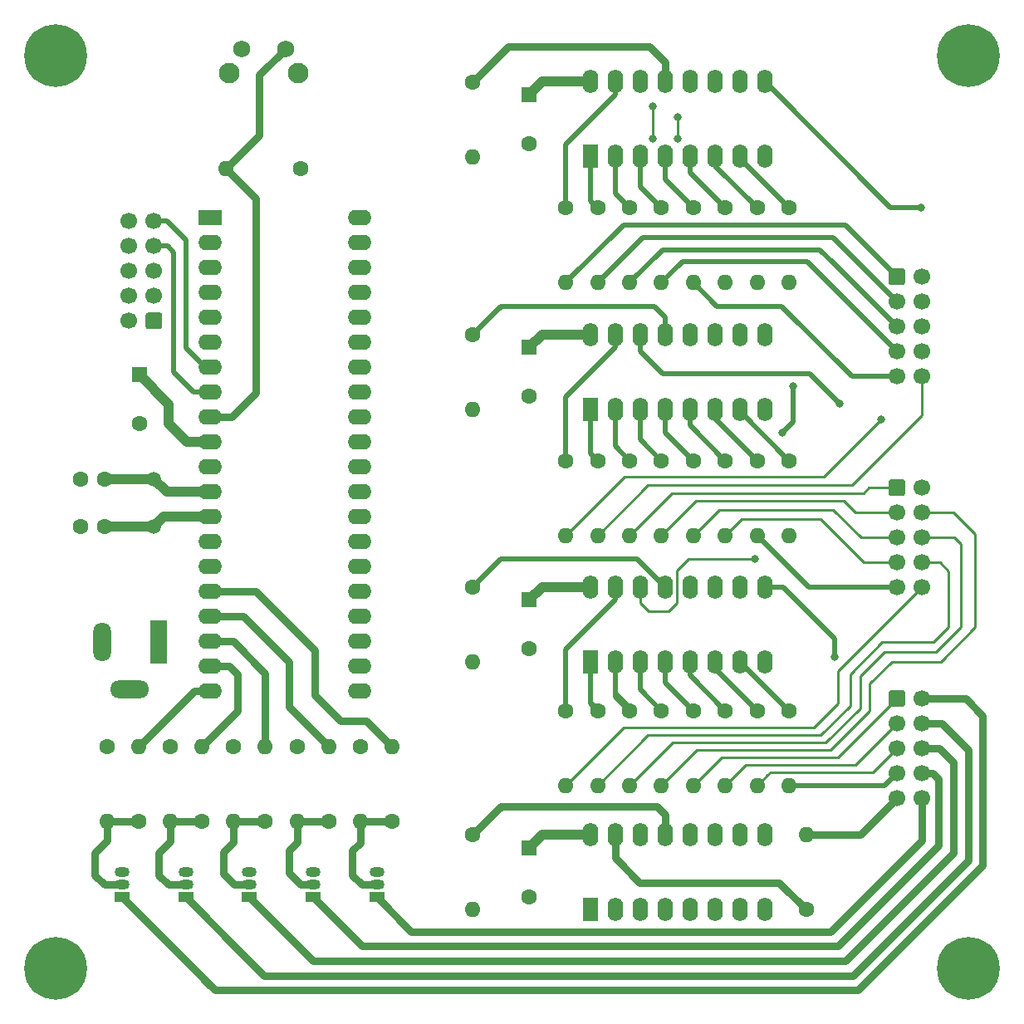
<source format=gbr>
%TF.GenerationSoftware,KiCad,Pcbnew,(5.1.10)-1*%
%TF.CreationDate,2021-09-10T20:59:56+02:00*%
%TF.ProjectId,LED_Cube_5X5X5,4c45445f-4375-4626-955f-35583558352e,rev?*%
%TF.SameCoordinates,Original*%
%TF.FileFunction,Copper,L1,Top*%
%TF.FilePolarity,Positive*%
%FSLAX46Y46*%
G04 Gerber Fmt 4.6, Leading zero omitted, Abs format (unit mm)*
G04 Created by KiCad (PCBNEW (5.1.10)-1) date 2021-09-10 20:59:56*
%MOMM*%
%LPD*%
G01*
G04 APERTURE LIST*
%TA.AperFunction,ComponentPad*%
%ADD10C,1.700000*%
%TD*%
%TA.AperFunction,ComponentPad*%
%ADD11C,1.600000*%
%TD*%
%TA.AperFunction,ComponentPad*%
%ADD12R,1.600000X1.600000*%
%TD*%
%TA.AperFunction,ComponentPad*%
%ADD13C,6.400000*%
%TD*%
%TA.AperFunction,ComponentPad*%
%ADD14O,4.000000X1.800000*%
%TD*%
%TA.AperFunction,ComponentPad*%
%ADD15O,1.800000X4.000000*%
%TD*%
%TA.AperFunction,ComponentPad*%
%ADD16R,1.800000X4.400000*%
%TD*%
%TA.AperFunction,ComponentPad*%
%ADD17O,1.500000X1.050000*%
%TD*%
%TA.AperFunction,ComponentPad*%
%ADD18R,1.500000X1.050000*%
%TD*%
%TA.AperFunction,ComponentPad*%
%ADD19O,1.600000X1.600000*%
%TD*%
%TA.AperFunction,ComponentPad*%
%ADD20O,1.600000X2.400000*%
%TD*%
%TA.AperFunction,ComponentPad*%
%ADD21R,1.600000X2.400000*%
%TD*%
%TA.AperFunction,ComponentPad*%
%ADD22C,1.500000*%
%TD*%
%TA.AperFunction,ComponentPad*%
%ADD23R,2.400000X1.600000*%
%TD*%
%TA.AperFunction,ComponentPad*%
%ADD24O,2.400000X1.600000*%
%TD*%
%TA.AperFunction,ComponentPad*%
%ADD25C,2.100000*%
%TD*%
%TA.AperFunction,ComponentPad*%
%ADD26C,1.750000*%
%TD*%
%TA.AperFunction,ViaPad*%
%ADD27C,0.800000*%
%TD*%
%TA.AperFunction,Conductor*%
%ADD28C,1.016000*%
%TD*%
%TA.AperFunction,Conductor*%
%ADD29C,0.250000*%
%TD*%
%TA.AperFunction,Conductor*%
%ADD30C,0.762000*%
%TD*%
%TA.AperFunction,Conductor*%
%ADD31C,0.508000*%
%TD*%
G04 APERTURE END LIST*
%TO.P,J5,1*%
%TO.N,Net-(J5-Pad1)*%
%TA.AperFunction,ComponentPad*%
G36*
G01*
X190400000Y-123600000D02*
X190400000Y-122400000D01*
G75*
G02*
X190650000Y-122150000I250000J0D01*
G01*
X191850000Y-122150000D01*
G75*
G02*
X192100000Y-122400000I0J-250000D01*
G01*
X192100000Y-123600000D01*
G75*
G02*
X191850000Y-123850000I-250000J0D01*
G01*
X190650000Y-123850000D01*
G75*
G02*
X190400000Y-123600000I0J250000D01*
G01*
G37*
%TD.AperFunction*%
D10*
%TO.P,J5,3*%
%TO.N,Net-(J5-Pad3)*%
X191250000Y-125540000D03*
%TO.P,J5,5*%
%TO.N,Net-(J5-Pad5)*%
X191250000Y-128080000D03*
%TO.P,J5,7*%
%TO.N,Net-(J5-Pad7)*%
X191250000Y-130620000D03*
%TO.P,J5,9*%
%TO.N,Net-(J5-Pad9)*%
X191250000Y-133160000D03*
%TO.P,J5,2*%
%TO.N,L1*%
X193790000Y-123000000D03*
%TO.P,J5,4*%
%TO.N,L2*%
X193790000Y-125540000D03*
%TO.P,J5,6*%
%TO.N,L3*%
X193790000Y-128080000D03*
%TO.P,J5,8*%
%TO.N,L4*%
X193790000Y-130620000D03*
%TO.P,J5,10*%
%TO.N,L5*%
X193790000Y-133160000D03*
%TD*%
D11*
%TO.P,C1,2*%
%TO.N,GND*%
X108000000Y-105500000D03*
%TO.P,C1,1*%
%TO.N,Net-(C1-Pad1)*%
X110500000Y-105500000D03*
%TD*%
%TO.P,C2,1*%
%TO.N,Net-(C2-Pad1)*%
X110500000Y-100620000D03*
%TO.P,C2,2*%
%TO.N,GND*%
X108000000Y-100620000D03*
%TD*%
%TO.P,C3,2*%
%TO.N,GND*%
X114000000Y-95000000D03*
D12*
%TO.P,C3,1*%
%TO.N,+5V*%
X114000000Y-90000000D03*
%TD*%
%TO.P,C4,1*%
%TO.N,+5V*%
X153750000Y-61450000D03*
D11*
%TO.P,C4,2*%
%TO.N,GND*%
X153750000Y-66450000D03*
%TD*%
D12*
%TO.P,C5,1*%
%TO.N,+5V*%
X153750000Y-87200000D03*
D11*
%TO.P,C5,2*%
%TO.N,GND*%
X153750000Y-92200000D03*
%TD*%
%TO.P,C6,2*%
%TO.N,GND*%
X153750000Y-117950000D03*
D12*
%TO.P,C6,1*%
%TO.N,+5V*%
X153750000Y-112950000D03*
%TD*%
%TO.P,C7,1*%
%TO.N,+5V*%
X153750000Y-138200000D03*
D11*
%TO.P,C7,2*%
%TO.N,GND*%
X153750000Y-143200000D03*
%TD*%
D13*
%TO.P,H1,1*%
%TO.N,N/C*%
X105500000Y-57500000D03*
%TD*%
%TO.P,H2,1*%
%TO.N,N/C*%
X198500000Y-57500000D03*
%TD*%
%TO.P,H3,1*%
%TO.N,N/C*%
X198500000Y-150500000D03*
%TD*%
%TO.P,H4,1*%
%TO.N,N/C*%
X105500000Y-150500000D03*
%TD*%
D14*
%TO.P,J1,3*%
%TO.N,N/C*%
X113000000Y-122050000D03*
D15*
%TO.P,J1,2*%
%TO.N,GND*%
X110200000Y-117250000D03*
D16*
%TO.P,J1,1*%
%TO.N,+5V*%
X116000000Y-117250000D03*
%TD*%
D17*
%TO.P,Q1,2*%
%TO.N,Net-(Q1-Pad2)*%
X112250000Y-141980000D03*
%TO.P,Q1,3*%
%TO.N,+5V*%
X112250000Y-140710000D03*
D18*
%TO.P,Q1,1*%
%TO.N,L1*%
X112250000Y-143250000D03*
%TD*%
%TO.P,Q2,1*%
%TO.N,L2*%
X118750000Y-143250000D03*
D17*
%TO.P,Q2,3*%
%TO.N,+5V*%
X118750000Y-140710000D03*
%TO.P,Q2,2*%
%TO.N,Net-(Q2-Pad2)*%
X118750000Y-141980000D03*
%TD*%
%TO.P,Q3,2*%
%TO.N,Net-(Q3-Pad2)*%
X125250000Y-141980000D03*
%TO.P,Q3,3*%
%TO.N,+5V*%
X125250000Y-140710000D03*
D18*
%TO.P,Q3,1*%
%TO.N,L3*%
X125250000Y-143250000D03*
%TD*%
%TO.P,Q4,1*%
%TO.N,L4*%
X131750000Y-143250000D03*
D17*
%TO.P,Q4,3*%
%TO.N,+5V*%
X131750000Y-140710000D03*
%TO.P,Q4,2*%
%TO.N,Net-(Q4-Pad2)*%
X131750000Y-141980000D03*
%TD*%
%TO.P,Q5,2*%
%TO.N,Net-(Q5-Pad2)*%
X138250000Y-141980000D03*
%TO.P,Q5,3*%
%TO.N,+5V*%
X138250000Y-140710000D03*
D18*
%TO.P,Q5,1*%
%TO.N,L5*%
X138250000Y-143250000D03*
%TD*%
D11*
%TO.P,R1,1*%
%TO.N,+5V*%
X130500000Y-69000000D03*
D19*
%TO.P,R1,2*%
%TO.N,RESET*%
X122880000Y-69000000D03*
%TD*%
D11*
%TO.P,R4,1*%
%TO.N,Net-(R4-Pad1)*%
X148000000Y-60140000D03*
D19*
%TO.P,R4,2*%
%TO.N,GND*%
X148000000Y-67760000D03*
%TD*%
%TO.P,R5,2*%
%TO.N,LAYER1*%
X113972222Y-127880000D03*
D11*
%TO.P,R5,1*%
%TO.N,Net-(Q1-Pad2)*%
X113972222Y-135500000D03*
%TD*%
%TO.P,R6,1*%
%TO.N,Net-(Q2-Pad2)*%
X120416666Y-135500000D03*
D19*
%TO.P,R6,2*%
%TO.N,LAYER2*%
X120416666Y-127880000D03*
%TD*%
%TO.P,R7,2*%
%TO.N,LAYER3*%
X126861110Y-127880000D03*
D11*
%TO.P,R7,1*%
%TO.N,Net-(Q3-Pad2)*%
X126861110Y-135500000D03*
%TD*%
D19*
%TO.P,R8,2*%
%TO.N,LAYER4*%
X133305554Y-127880000D03*
D11*
%TO.P,R8,1*%
%TO.N,Net-(Q4-Pad2)*%
X133305554Y-135500000D03*
%TD*%
D19*
%TO.P,R9,2*%
%TO.N,LAYER5*%
X139750000Y-127880000D03*
D11*
%TO.P,R9,1*%
%TO.N,Net-(Q5-Pad2)*%
X139750000Y-135500000D03*
%TD*%
D19*
%TO.P,R10,2*%
%TO.N,Net-(Q1-Pad2)*%
X110750000Y-135500000D03*
D11*
%TO.P,R10,1*%
%TO.N,GND*%
X110750000Y-127880000D03*
%TD*%
%TO.P,R11,1*%
%TO.N,GND*%
X117194444Y-127880000D03*
D19*
%TO.P,R11,2*%
%TO.N,Net-(Q2-Pad2)*%
X117194444Y-135500000D03*
%TD*%
D11*
%TO.P,R12,1*%
%TO.N,GND*%
X123638888Y-127880000D03*
D19*
%TO.P,R12,2*%
%TO.N,Net-(Q3-Pad2)*%
X123638888Y-135500000D03*
%TD*%
D11*
%TO.P,R13,1*%
%TO.N,GND*%
X130083332Y-127880000D03*
D19*
%TO.P,R13,2*%
%TO.N,Net-(Q4-Pad2)*%
X130083332Y-135500000D03*
%TD*%
D11*
%TO.P,R14,1*%
%TO.N,GND*%
X136527776Y-127880000D03*
D19*
%TO.P,R14,2*%
%TO.N,Net-(Q5-Pad2)*%
X136527776Y-135500000D03*
%TD*%
D11*
%TO.P,R16,1*%
%TO.N,QA1*%
X157500000Y-73000000D03*
D19*
%TO.P,R16,2*%
%TO.N,Net-(J3-Pad1)*%
X157500000Y-80620000D03*
%TD*%
%TO.P,R17,2*%
%TO.N,Net-(J3-Pad3)*%
X160750000Y-80620000D03*
D11*
%TO.P,R17,1*%
%TO.N,QB1*%
X160750000Y-73000000D03*
%TD*%
%TO.P,R18,1*%
%TO.N,QC1*%
X164000000Y-73000000D03*
D19*
%TO.P,R18,2*%
%TO.N,Net-(J3-Pad5)*%
X164000000Y-80620000D03*
%TD*%
%TO.P,R19,2*%
%TO.N,Net-(J3-Pad7)*%
X167250000Y-80620000D03*
D11*
%TO.P,R19,1*%
%TO.N,QD1*%
X167250000Y-73000000D03*
%TD*%
%TO.P,R20,1*%
%TO.N,QE1*%
X170500000Y-73000000D03*
D19*
%TO.P,R20,2*%
%TO.N,Net-(J3-Pad9)*%
X170500000Y-80620000D03*
%TD*%
%TO.P,R21,2*%
%TO.N,Net-(J3-Pad6)*%
X173750000Y-80620000D03*
D11*
%TO.P,R21,1*%
%TO.N,QF1*%
X173750000Y-73000000D03*
%TD*%
%TO.P,R22,1*%
%TO.N,QG1*%
X177000000Y-73000000D03*
D19*
%TO.P,R22,2*%
%TO.N,Net-(J3-Pad4)*%
X177000000Y-80620000D03*
%TD*%
%TO.P,R23,2*%
%TO.N,Net-(J3-Pad2)*%
X180250000Y-80620000D03*
D11*
%TO.P,R23,1*%
%TO.N,QH1*%
X180250000Y-73000000D03*
%TD*%
%TO.P,R24,1*%
%TO.N,Net-(R24-Pad1)*%
X148000000Y-85890000D03*
D19*
%TO.P,R24,2*%
%TO.N,GND*%
X148000000Y-93510000D03*
%TD*%
D11*
%TO.P,R25,1*%
%TO.N,QA2*%
X157500000Y-98750000D03*
D19*
%TO.P,R25,2*%
%TO.N,Net-(J3-Pad8)*%
X157500000Y-106370000D03*
%TD*%
%TO.P,R26,2*%
%TO.N,Net-(J3-Pad10)*%
X160750000Y-106370000D03*
D11*
%TO.P,R26,1*%
%TO.N,QB2*%
X160750000Y-98750000D03*
%TD*%
%TO.P,R27,1*%
%TO.N,QC2*%
X164000000Y-98750000D03*
D19*
%TO.P,R27,2*%
%TO.N,Net-(J4-Pad1)*%
X164000000Y-106370000D03*
%TD*%
%TO.P,R28,2*%
%TO.N,Net-(J4-Pad3)*%
X167250000Y-106370000D03*
D11*
%TO.P,R28,1*%
%TO.N,QD2*%
X167250000Y-98750000D03*
%TD*%
%TO.P,R29,1*%
%TO.N,QE2*%
X170500000Y-98750000D03*
D19*
%TO.P,R29,2*%
%TO.N,Net-(J4-Pad5)*%
X170500000Y-106370000D03*
%TD*%
%TO.P,R30,2*%
%TO.N,Net-(J4-Pad7)*%
X173750000Y-106370000D03*
D11*
%TO.P,R30,1*%
%TO.N,QF2*%
X173750000Y-98750000D03*
%TD*%
%TO.P,R31,1*%
%TO.N,QG2*%
X177000000Y-98750000D03*
D19*
%TO.P,R31,2*%
%TO.N,Net-(J4-Pad9)*%
X177000000Y-106370000D03*
%TD*%
%TO.P,R32,2*%
%TO.N,Net-(J4-Pad2)*%
X180250000Y-106370000D03*
D11*
%TO.P,R32,1*%
%TO.N,QH2*%
X180250000Y-98750000D03*
%TD*%
D19*
%TO.P,R34,2*%
%TO.N,GND*%
X148000000Y-119260000D03*
D11*
%TO.P,R34,1*%
%TO.N,Net-(R34-Pad1)*%
X148000000Y-111640000D03*
%TD*%
%TO.P,R35,1*%
%TO.N,QA3*%
X157500000Y-124250000D03*
D19*
%TO.P,R35,2*%
%TO.N,Net-(J4-Pad10)*%
X157500000Y-131870000D03*
%TD*%
%TO.P,R36,2*%
%TO.N,Net-(J4-Pad8)*%
X160750000Y-131870000D03*
D11*
%TO.P,R36,1*%
%TO.N,QB3*%
X160750000Y-124250000D03*
%TD*%
%TO.P,R37,1*%
%TO.N,QC3*%
X164000000Y-124250000D03*
D19*
%TO.P,R37,2*%
%TO.N,Net-(J4-Pad6)*%
X164000000Y-131870000D03*
%TD*%
%TO.P,R38,2*%
%TO.N,Net-(J4-Pad4)*%
X167250000Y-131870000D03*
D11*
%TO.P,R38,1*%
%TO.N,QD3*%
X167250000Y-124250000D03*
%TD*%
%TO.P,R39,1*%
%TO.N,QE3*%
X170500000Y-124250000D03*
D19*
%TO.P,R39,2*%
%TO.N,Net-(J5-Pad1)*%
X170500000Y-131870000D03*
%TD*%
%TO.P,R40,2*%
%TO.N,Net-(J5-Pad3)*%
X173750000Y-131870000D03*
D11*
%TO.P,R40,1*%
%TO.N,QF3*%
X173750000Y-124250000D03*
%TD*%
%TO.P,R41,1*%
%TO.N,QG3*%
X177000000Y-124250000D03*
D19*
%TO.P,R41,2*%
%TO.N,Net-(J5-Pad5)*%
X177000000Y-131870000D03*
%TD*%
%TO.P,R42,2*%
%TO.N,Net-(J5-Pad7)*%
X180250000Y-131870000D03*
D11*
%TO.P,R42,1*%
%TO.N,QH3*%
X180250000Y-124250000D03*
%TD*%
%TO.P,R43,1*%
%TO.N,QA4*%
X182000000Y-144510000D03*
D19*
%TO.P,R43,2*%
%TO.N,Net-(J5-Pad9)*%
X182000000Y-136890000D03*
%TD*%
D11*
%TO.P,R45,1*%
%TO.N,Net-(R45-Pad1)*%
X148000000Y-136890000D03*
D19*
%TO.P,R45,2*%
%TO.N,GND*%
X148000000Y-144510000D03*
%TD*%
D20*
%TO.P,U2,16*%
%TO.N,+5V*%
X160000000Y-60130000D03*
%TO.P,U2,8*%
%TO.N,GND*%
X177780000Y-67750000D03*
%TO.P,U2,15*%
%TO.N,QA1*%
X162540000Y-60130000D03*
%TO.P,U2,7*%
%TO.N,QH1*%
X175240000Y-67750000D03*
%TO.P,U2,14*%
%TO.N,DATA*%
X165080000Y-60130000D03*
%TO.P,U2,6*%
%TO.N,QG1*%
X172700000Y-67750000D03*
%TO.P,U2,13*%
%TO.N,Net-(R4-Pad1)*%
X167620000Y-60130000D03*
%TO.P,U2,5*%
%TO.N,QF1*%
X170160000Y-67750000D03*
%TO.P,U2,12*%
%TO.N,LATCH*%
X170160000Y-60130000D03*
%TO.P,U2,4*%
%TO.N,QE1*%
X167620000Y-67750000D03*
%TO.P,U2,11*%
%TO.N,CLOCK*%
X172700000Y-60130000D03*
%TO.P,U2,3*%
%TO.N,QD1*%
X165080000Y-67750000D03*
%TO.P,U2,10*%
%TO.N,CLEAR*%
X175240000Y-60130000D03*
%TO.P,U2,2*%
%TO.N,QC1*%
X162540000Y-67750000D03*
%TO.P,U2,9*%
%TO.N,Net-(U2-Pad9)*%
X177780000Y-60130000D03*
D21*
%TO.P,U2,1*%
%TO.N,QB1*%
X160000000Y-67750000D03*
%TD*%
%TO.P,U3,1*%
%TO.N,QB2*%
X160000000Y-93500000D03*
D20*
%TO.P,U3,9*%
%TO.N,Net-(U3-Pad9)*%
X177780000Y-85880000D03*
%TO.P,U3,2*%
%TO.N,QC2*%
X162540000Y-93500000D03*
%TO.P,U3,10*%
%TO.N,CLEAR*%
X175240000Y-85880000D03*
%TO.P,U3,3*%
%TO.N,QD2*%
X165080000Y-93500000D03*
%TO.P,U3,11*%
%TO.N,CLOCK*%
X172700000Y-85880000D03*
%TO.P,U3,4*%
%TO.N,QE2*%
X167620000Y-93500000D03*
%TO.P,U3,12*%
%TO.N,LATCH*%
X170160000Y-85880000D03*
%TO.P,U3,5*%
%TO.N,QF2*%
X170160000Y-93500000D03*
%TO.P,U3,13*%
%TO.N,Net-(R24-Pad1)*%
X167620000Y-85880000D03*
%TO.P,U3,6*%
%TO.N,QG2*%
X172700000Y-93500000D03*
%TO.P,U3,14*%
%TO.N,Net-(U2-Pad9)*%
X165080000Y-85880000D03*
%TO.P,U3,7*%
%TO.N,QH2*%
X175240000Y-93500000D03*
%TO.P,U3,15*%
%TO.N,QA2*%
X162540000Y-85880000D03*
%TO.P,U3,8*%
%TO.N,GND*%
X177780000Y-93500000D03*
%TO.P,U3,16*%
%TO.N,+5V*%
X160000000Y-85880000D03*
%TD*%
%TO.P,U4,16*%
%TO.N,+5V*%
X160000000Y-111630000D03*
%TO.P,U4,8*%
%TO.N,GND*%
X177780000Y-119250000D03*
%TO.P,U4,15*%
%TO.N,QA3*%
X162540000Y-111630000D03*
%TO.P,U4,7*%
%TO.N,QH3*%
X175240000Y-119250000D03*
%TO.P,U4,14*%
%TO.N,Net-(U3-Pad9)*%
X165080000Y-111630000D03*
%TO.P,U4,6*%
%TO.N,QG3*%
X172700000Y-119250000D03*
%TO.P,U4,13*%
%TO.N,Net-(R34-Pad1)*%
X167620000Y-111630000D03*
%TO.P,U4,5*%
%TO.N,QF3*%
X170160000Y-119250000D03*
%TO.P,U4,12*%
%TO.N,LATCH*%
X170160000Y-111630000D03*
%TO.P,U4,4*%
%TO.N,QE3*%
X167620000Y-119250000D03*
%TO.P,U4,11*%
%TO.N,CLOCK*%
X172700000Y-111630000D03*
%TO.P,U4,3*%
%TO.N,QD3*%
X165080000Y-119250000D03*
%TO.P,U4,10*%
%TO.N,CLEAR*%
X175240000Y-111630000D03*
%TO.P,U4,2*%
%TO.N,QC3*%
X162540000Y-119250000D03*
%TO.P,U4,9*%
%TO.N,Net-(U4-Pad9)*%
X177780000Y-111630000D03*
D21*
%TO.P,U4,1*%
%TO.N,QB3*%
X160000000Y-119250000D03*
%TD*%
%TO.P,U5,1*%
%TO.N,Net-(U5-Pad1)*%
X160000000Y-144500000D03*
D20*
%TO.P,U5,9*%
%TO.N,Net-(U5-Pad9)*%
X177780000Y-136880000D03*
%TO.P,U5,2*%
%TO.N,Net-(U5-Pad2)*%
X162540000Y-144500000D03*
%TO.P,U5,10*%
%TO.N,CLEAR*%
X175240000Y-136880000D03*
%TO.P,U5,3*%
%TO.N,Net-(U5-Pad3)*%
X165080000Y-144500000D03*
%TO.P,U5,11*%
%TO.N,CLOCK*%
X172700000Y-136880000D03*
%TO.P,U5,4*%
%TO.N,Net-(U5-Pad4)*%
X167620000Y-144500000D03*
%TO.P,U5,12*%
%TO.N,LATCH*%
X170160000Y-136880000D03*
%TO.P,U5,5*%
%TO.N,Net-(U5-Pad5)*%
X170160000Y-144500000D03*
%TO.P,U5,13*%
%TO.N,Net-(R45-Pad1)*%
X167620000Y-136880000D03*
%TO.P,U5,6*%
%TO.N,Net-(U5-Pad6)*%
X172700000Y-144500000D03*
%TO.P,U5,14*%
%TO.N,Net-(U4-Pad9)*%
X165080000Y-136880000D03*
%TO.P,U5,7*%
%TO.N,Net-(U5-Pad7)*%
X175240000Y-144500000D03*
%TO.P,U5,15*%
%TO.N,QA4*%
X162540000Y-136880000D03*
%TO.P,U5,8*%
%TO.N,GND*%
X177780000Y-144500000D03*
%TO.P,U5,16*%
%TO.N,+5V*%
X160000000Y-136880000D03*
%TD*%
D22*
%TO.P,Y1,1*%
%TO.N,Net-(C1-Pad1)*%
X115500000Y-105500000D03*
%TO.P,Y1,2*%
%TO.N,Net-(C2-Pad1)*%
X115500000Y-100620000D03*
%TD*%
D23*
%TO.P,U1,1*%
%TO.N,Net-(U1-Pad1)*%
X121250000Y-74000000D03*
D24*
%TO.P,U1,21*%
%TO.N,Net-(U1-Pad21)*%
X136490000Y-122260000D03*
%TO.P,U1,2*%
%TO.N,Net-(U1-Pad2)*%
X121250000Y-76540000D03*
%TO.P,U1,22*%
%TO.N,Net-(U1-Pad22)*%
X136490000Y-119720000D03*
%TO.P,U1,3*%
%TO.N,Net-(U1-Pad3)*%
X121250000Y-79080000D03*
%TO.P,U1,23*%
%TO.N,Net-(U1-Pad23)*%
X136490000Y-117180000D03*
%TO.P,U1,4*%
%TO.N,Net-(U1-Pad4)*%
X121250000Y-81620000D03*
%TO.P,U1,24*%
%TO.N,Net-(U1-Pad24)*%
X136490000Y-114640000D03*
%TO.P,U1,5*%
%TO.N,Net-(U1-Pad5)*%
X121250000Y-84160000D03*
%TO.P,U1,25*%
%TO.N,Net-(U1-Pad25)*%
X136490000Y-112100000D03*
%TO.P,U1,6*%
%TO.N,MOSI*%
X121250000Y-86700000D03*
%TO.P,U1,26*%
%TO.N,Net-(U1-Pad26)*%
X136490000Y-109560000D03*
%TO.P,U1,7*%
%TO.N,MISO*%
X121250000Y-89240000D03*
%TO.P,U1,27*%
%TO.N,Net-(U1-Pad27)*%
X136490000Y-107020000D03*
%TO.P,U1,8*%
%TO.N,SCK*%
X121250000Y-91780000D03*
%TO.P,U1,28*%
%TO.N,Net-(U1-Pad28)*%
X136490000Y-104480000D03*
%TO.P,U1,9*%
%TO.N,RESET*%
X121250000Y-94320000D03*
%TO.P,U1,29*%
%TO.N,Net-(U1-Pad29)*%
X136490000Y-101940000D03*
%TO.P,U1,10*%
%TO.N,+5V*%
X121250000Y-96860000D03*
%TO.P,U1,30*%
%TO.N,Net-(U1-Pad30)*%
X136490000Y-99400000D03*
%TO.P,U1,11*%
%TO.N,GND*%
X121250000Y-99400000D03*
%TO.P,U1,31*%
X136490000Y-96860000D03*
%TO.P,U1,12*%
%TO.N,Net-(C2-Pad1)*%
X121250000Y-101940000D03*
%TO.P,U1,32*%
%TO.N,Net-(U1-Pad32)*%
X136490000Y-94320000D03*
%TO.P,U1,13*%
%TO.N,Net-(C1-Pad1)*%
X121250000Y-104480000D03*
%TO.P,U1,33*%
%TO.N,Net-(U1-Pad33)*%
X136490000Y-91780000D03*
%TO.P,U1,14*%
%TO.N,Net-(U1-Pad14)*%
X121250000Y-107020000D03*
%TO.P,U1,34*%
%TO.N,Net-(U1-Pad34)*%
X136490000Y-89240000D03*
%TO.P,U1,15*%
%TO.N,Net-(U1-Pad15)*%
X121250000Y-109560000D03*
%TO.P,U1,35*%
%TO.N,Net-(U1-Pad35)*%
X136490000Y-86700000D03*
%TO.P,U1,16*%
%TO.N,LAYER5*%
X121250000Y-112100000D03*
%TO.P,U1,36*%
%TO.N,CLEAR*%
X136490000Y-84160000D03*
%TO.P,U1,17*%
%TO.N,LAYER4*%
X121250000Y-114640000D03*
%TO.P,U1,37*%
%TO.N,CLOCK*%
X136490000Y-81620000D03*
%TO.P,U1,18*%
%TO.N,LAYER3*%
X121250000Y-117180000D03*
%TO.P,U1,38*%
%TO.N,LATCH*%
X136490000Y-79080000D03*
%TO.P,U1,19*%
%TO.N,LAYER2*%
X121250000Y-119720000D03*
%TO.P,U1,39*%
%TO.N,DATA*%
X136490000Y-76540000D03*
%TO.P,U1,20*%
%TO.N,LAYER1*%
X121250000Y-122260000D03*
%TO.P,U1,40*%
%TO.N,Net-(U1-Pad40)*%
X136490000Y-74000000D03*
%TD*%
%TO.P,J2,1*%
%TO.N,MOSI*%
%TA.AperFunction,ComponentPad*%
G36*
G01*
X116350000Y-83900000D02*
X116350000Y-85100000D01*
G75*
G02*
X116100000Y-85350000I-250000J0D01*
G01*
X114900000Y-85350000D01*
G75*
G02*
X114650000Y-85100000I0J250000D01*
G01*
X114650000Y-83900000D01*
G75*
G02*
X114900000Y-83650000I250000J0D01*
G01*
X116100000Y-83650000D01*
G75*
G02*
X116350000Y-83900000I0J-250000D01*
G01*
G37*
%TD.AperFunction*%
D10*
%TO.P,J2,3*%
%TO.N,Net-(J2-Pad3)*%
X115500000Y-81960000D03*
%TO.P,J2,5*%
%TO.N,RESET*%
X115500000Y-79420000D03*
%TO.P,J2,7*%
%TO.N,SCK*%
X115500000Y-76880000D03*
%TO.P,J2,9*%
%TO.N,MISO*%
X115500000Y-74340000D03*
%TO.P,J2,2*%
%TO.N,Net-(J2-Pad2)*%
X112960000Y-84500000D03*
%TO.P,J2,4*%
%TO.N,Net-(J2-Pad4)*%
X112960000Y-81960000D03*
%TO.P,J2,6*%
%TO.N,Net-(J2-Pad6)*%
X112960000Y-79420000D03*
%TO.P,J2,8*%
%TO.N,Net-(J2-Pad8)*%
X112960000Y-76880000D03*
%TO.P,J2,10*%
%TO.N,GND*%
X112960000Y-74340000D03*
%TD*%
%TO.P,J3,1*%
%TO.N,Net-(J3-Pad1)*%
%TA.AperFunction,ComponentPad*%
G36*
G01*
X190400000Y-80600000D02*
X190400000Y-79400000D01*
G75*
G02*
X190650000Y-79150000I250000J0D01*
G01*
X191850000Y-79150000D01*
G75*
G02*
X192100000Y-79400000I0J-250000D01*
G01*
X192100000Y-80600000D01*
G75*
G02*
X191850000Y-80850000I-250000J0D01*
G01*
X190650000Y-80850000D01*
G75*
G02*
X190400000Y-80600000I0J250000D01*
G01*
G37*
%TD.AperFunction*%
%TO.P,J3,3*%
%TO.N,Net-(J3-Pad3)*%
X191250000Y-82540000D03*
%TO.P,J3,5*%
%TO.N,Net-(J3-Pad5)*%
X191250000Y-85080000D03*
%TO.P,J3,7*%
%TO.N,Net-(J3-Pad7)*%
X191250000Y-87620000D03*
%TO.P,J3,9*%
%TO.N,Net-(J3-Pad9)*%
X191250000Y-90160000D03*
%TO.P,J3,2*%
%TO.N,Net-(J3-Pad2)*%
X193790000Y-80000000D03*
%TO.P,J3,4*%
%TO.N,Net-(J3-Pad4)*%
X193790000Y-82540000D03*
%TO.P,J3,6*%
%TO.N,Net-(J3-Pad6)*%
X193790000Y-85080000D03*
%TO.P,J3,8*%
%TO.N,Net-(J3-Pad8)*%
X193790000Y-87620000D03*
%TO.P,J3,10*%
%TO.N,Net-(J3-Pad10)*%
X193790000Y-90160000D03*
%TD*%
%TO.P,J4,10*%
%TO.N,Net-(J4-Pad10)*%
X193790000Y-111660000D03*
%TO.P,J4,8*%
%TO.N,Net-(J4-Pad8)*%
X193790000Y-109120000D03*
%TO.P,J4,6*%
%TO.N,Net-(J4-Pad6)*%
X193790000Y-106580000D03*
%TO.P,J4,4*%
%TO.N,Net-(J4-Pad4)*%
X193790000Y-104040000D03*
%TO.P,J4,2*%
%TO.N,Net-(J4-Pad2)*%
X193790000Y-101500000D03*
%TO.P,J4,9*%
%TO.N,Net-(J4-Pad9)*%
X191250000Y-111660000D03*
%TO.P,J4,7*%
%TO.N,Net-(J4-Pad7)*%
X191250000Y-109120000D03*
%TO.P,J4,5*%
%TO.N,Net-(J4-Pad5)*%
X191250000Y-106580000D03*
%TO.P,J4,3*%
%TO.N,Net-(J4-Pad3)*%
X191250000Y-104040000D03*
%TO.P,J4,1*%
%TO.N,Net-(J4-Pad1)*%
%TA.AperFunction,ComponentPad*%
G36*
G01*
X190400000Y-102100000D02*
X190400000Y-100900000D01*
G75*
G02*
X190650000Y-100650000I250000J0D01*
G01*
X191850000Y-100650000D01*
G75*
G02*
X192100000Y-100900000I0J-250000D01*
G01*
X192100000Y-102100000D01*
G75*
G02*
X191850000Y-102350000I-250000J0D01*
G01*
X190650000Y-102350000D01*
G75*
G02*
X190400000Y-102100000I0J250000D01*
G01*
G37*
%TD.AperFunction*%
%TD*%
D25*
%TO.P,RES,*%
%TO.N,*%
X130175000Y-59240000D03*
D26*
%TO.P,RES,2*%
%TO.N,RESET*%
X128915000Y-56750000D03*
%TO.P,RES,1*%
%TO.N,GND*%
X124415000Y-56750000D03*
D25*
%TO.P,RES,*%
%TO.N,*%
X123165000Y-59240000D03*
%TD*%
D27*
%TO.N,CLOCK*%
X168870000Y-65940000D03*
X168870000Y-63770000D03*
%TO.N,LATCH*%
X166350000Y-65950000D03*
X166350000Y-62620000D03*
%TO.N,Net-(U2-Pad9)*%
X185400000Y-92900000D03*
X193750000Y-72950000D03*
%TO.N,Net-(U3-Pad9)*%
X176750000Y-108800000D03*
X179550000Y-95900000D03*
X180650000Y-91200000D03*
%TO.N,Net-(U4-Pad9)*%
X184900000Y-118750000D03*
%TO.N,Net-(J3-Pad8)*%
X189650000Y-94550000D03*
%TD*%
D28*
%TO.N,Net-(C1-Pad1)*%
X116520000Y-104480000D02*
X115500000Y-105500000D01*
X121250000Y-104480000D02*
X116520000Y-104480000D01*
X115500000Y-105500000D02*
X110500000Y-105500000D01*
%TO.N,Net-(C2-Pad1)*%
X116820000Y-101940000D02*
X115500000Y-100620000D01*
X121250000Y-101940000D02*
X116820000Y-101940000D01*
D29*
X110620000Y-100620000D02*
X110500000Y-100500000D01*
D28*
X115500000Y-100620000D02*
X110500000Y-100620000D01*
%TO.N,+5V*%
X155070000Y-111630000D02*
X153750000Y-112950000D01*
X160000000Y-111630000D02*
X155070000Y-111630000D01*
X155070000Y-136880000D02*
X153750000Y-138200000D01*
X160000000Y-136880000D02*
X155070000Y-136880000D01*
X155070000Y-85880000D02*
X153750000Y-87200000D01*
X160000000Y-85880000D02*
X155070000Y-85880000D01*
X155070000Y-60130000D02*
X153750000Y-61450000D01*
X160000000Y-60130000D02*
X155070000Y-60130000D01*
X121250000Y-96860000D02*
X118860000Y-96860000D01*
X117000000Y-95000000D02*
X117000000Y-93000000D01*
X118860000Y-96860000D02*
X117000000Y-95000000D01*
X114000000Y-90000000D02*
X117000000Y-93000000D01*
D29*
%TO.N,RESET*%
X126000000Y-91750000D02*
X126000000Y-72750000D01*
X126000000Y-72750000D02*
X125750000Y-72750000D01*
D30*
X123430000Y-94320000D02*
X125875000Y-91875000D01*
X121250000Y-94320000D02*
X123430000Y-94320000D01*
D29*
X125875000Y-91875000D02*
X126000000Y-91750000D01*
D30*
X125875000Y-71995000D02*
X122880000Y-69000000D01*
X125875000Y-91875000D02*
X125875000Y-71995000D01*
X128915000Y-56750000D02*
X126250000Y-59415000D01*
X126250000Y-65630000D02*
X122880000Y-69000000D01*
X126250000Y-59415000D02*
X126250000Y-65630000D01*
D31*
%TO.N,SCK*%
X116880000Y-76880000D02*
X117500000Y-77500000D01*
X115500000Y-76880000D02*
X116880000Y-76880000D01*
X117500000Y-77500000D02*
X117500000Y-89750000D01*
X119530000Y-91780000D02*
X121250000Y-91780000D01*
X117500000Y-89750000D02*
X119530000Y-91780000D01*
%TO.N,MISO*%
X121250000Y-89240000D02*
X120740000Y-89240000D01*
X120740000Y-89240000D02*
X118750000Y-87250000D01*
X118750000Y-76250000D02*
X116840000Y-74340000D01*
X118750000Y-87250000D02*
X118750000Y-76250000D01*
X115500000Y-74340000D02*
X116590000Y-74340000D01*
X116840000Y-74340000D02*
X116590000Y-74340000D01*
%TO.N,Net-(J3-Pad1)*%
X186000000Y-74750000D02*
X191250000Y-80000000D01*
X163370000Y-74750000D02*
X186000000Y-74750000D01*
X157500000Y-80620000D02*
X163370000Y-74750000D01*
D29*
%TO.N,Net-(J4-Pad1)*%
X164000000Y-106370000D02*
X168320000Y-102050000D01*
X187850000Y-102050000D02*
X188400000Y-101500000D01*
X168320000Y-102050000D02*
X187850000Y-102050000D01*
X191250000Y-101500000D02*
X188400000Y-101500000D01*
%TO.N,Net-(J5-Pad1)*%
X170500000Y-131870000D02*
X173370000Y-129000000D01*
X185250000Y-129000000D02*
X186125000Y-128125000D01*
X173370000Y-129000000D02*
X185250000Y-129000000D01*
X191250000Y-123000000D02*
X186125000Y-128125000D01*
D30*
%TO.N,Net-(Q1-Pad2)*%
X110750000Y-135500000D02*
X113972222Y-135500000D01*
X110750000Y-135500000D02*
X110750000Y-137500000D01*
X110480000Y-141980000D02*
X112250000Y-141980000D01*
X110750000Y-137500000D02*
X109500000Y-138750000D01*
X109500000Y-141000000D02*
X110480000Y-141980000D01*
X109500000Y-138750000D02*
X109500000Y-141000000D01*
%TO.N,Net-(Q2-Pad2)*%
X117194444Y-135500000D02*
X120416666Y-135500000D01*
X117194444Y-137555556D02*
X116000000Y-138750000D01*
X117194444Y-135500000D02*
X117194444Y-137555556D01*
X116000000Y-141000000D02*
X116980000Y-141980000D01*
X116980000Y-141980000D02*
X118750000Y-141980000D01*
X116000000Y-138750000D02*
X116000000Y-141000000D01*
%TO.N,Net-(Q3-Pad2)*%
X123638888Y-135500000D02*
X126861110Y-135500000D01*
X123730000Y-141980000D02*
X125250000Y-141980000D01*
X123638888Y-135500000D02*
X123638888Y-137611112D01*
X122625000Y-138625000D02*
X122625000Y-140875000D01*
X122625000Y-140875000D02*
X123730000Y-141980000D01*
X123638888Y-137611112D02*
X122625000Y-138625000D01*
%TO.N,Net-(Q4-Pad2)*%
X130083332Y-135500000D02*
X133305554Y-135500000D01*
X130083332Y-135500000D02*
X130083332Y-137666668D01*
X130083332Y-137666668D02*
X129250000Y-138500000D01*
X130480000Y-141980000D02*
X129250000Y-140750000D01*
X129250000Y-138500000D02*
X129250000Y-140750000D01*
X130480000Y-141980000D02*
X131750000Y-141980000D01*
%TO.N,Net-(Q5-Pad2)*%
X136527776Y-135500000D02*
X139750000Y-135500000D01*
X136527776Y-135500000D02*
X136527776Y-137722224D01*
X136527776Y-137722224D02*
X135750000Y-138500000D01*
X135750000Y-138500000D02*
X135750000Y-141000000D01*
X136730000Y-141980000D02*
X138250000Y-141980000D01*
X135750000Y-141000000D02*
X136730000Y-141980000D01*
D29*
%TO.N,Net-(R4-Pad1)*%
X148250000Y-60250000D02*
X152000000Y-56500000D01*
D30*
X151640000Y-56500000D02*
X152750000Y-56500000D01*
X148000000Y-60140000D02*
X151640000Y-56500000D01*
D29*
X152000000Y-56500000D02*
X152750000Y-56500000D01*
D30*
X166000000Y-56500000D02*
X167620000Y-58120000D01*
X152750000Y-56500000D02*
X166000000Y-56500000D01*
X167620000Y-58120000D02*
X167620000Y-60130000D01*
%TO.N,LAYER1*%
X119592222Y-122260000D02*
X113972222Y-127880000D01*
X121250000Y-122260000D02*
X119592222Y-122260000D01*
%TO.N,LAYER2*%
X120416666Y-127880000D02*
X124000000Y-124296666D01*
X124000000Y-120500000D02*
X123220000Y-119720000D01*
X124000000Y-124296666D02*
X124000000Y-120500000D01*
X121250000Y-119720000D02*
X123220000Y-119720000D01*
%TO.N,LAYER3*%
X126861110Y-120471110D02*
X123570000Y-117180000D01*
X126861110Y-127880000D02*
X126861110Y-120471110D01*
X121250000Y-117180000D02*
X123570000Y-117180000D01*
%TO.N,LAYER4*%
X124640000Y-114640000D02*
X121250000Y-114640000D01*
X129250000Y-119250000D02*
X124640000Y-114640000D01*
X129250000Y-123824446D02*
X129250000Y-119250000D01*
X133305554Y-127880000D02*
X129250000Y-123824446D01*
%TO.N,LAYER5*%
X137120000Y-125250000D02*
X139750000Y-127880000D01*
X134500000Y-125250000D02*
X137120000Y-125250000D01*
X131875000Y-122625000D02*
X134500000Y-125250000D01*
X131875000Y-118125000D02*
X131875000Y-122625000D01*
X125850000Y-112100000D02*
X131875000Y-118125000D01*
X121250000Y-112100000D02*
X125850000Y-112100000D01*
D31*
%TO.N,QA1*%
X162540000Y-61460000D02*
X162540000Y-60130000D01*
X157500000Y-66500000D02*
X162540000Y-61460000D01*
X157500000Y-73000000D02*
X157500000Y-66500000D01*
%TO.N,QB1*%
X160000000Y-72250000D02*
X160750000Y-73000000D01*
X160000000Y-67750000D02*
X160000000Y-72250000D01*
%TO.N,QC1*%
X162540000Y-71540000D02*
X164000000Y-73000000D01*
X162540000Y-67750000D02*
X162540000Y-71540000D01*
%TO.N,QD1*%
X165080000Y-70830000D02*
X167250000Y-73000000D01*
X165080000Y-67750000D02*
X165080000Y-70830000D01*
%TO.N,QE1*%
X167620000Y-70120000D02*
X170500000Y-73000000D01*
X167620000Y-67750000D02*
X167620000Y-70120000D01*
%TO.N,QF1*%
X170160000Y-69410000D02*
X173750000Y-73000000D01*
X170160000Y-67750000D02*
X170160000Y-69410000D01*
%TO.N,QG1*%
X172700000Y-68700000D02*
X177000000Y-73000000D01*
X172700000Y-67750000D02*
X172700000Y-68700000D01*
%TO.N,QH1*%
X175240000Y-67990000D02*
X180250000Y-73000000D01*
X175240000Y-67750000D02*
X175240000Y-67990000D01*
D29*
%TO.N,Net-(R24-Pad1)*%
X148250000Y-85750000D02*
X151000000Y-83000000D01*
X151000000Y-83000000D02*
X166500000Y-83000000D01*
D31*
X167620000Y-84120000D02*
X166500000Y-83000000D01*
X167620000Y-85880000D02*
X167620000Y-84120000D01*
X150890000Y-83000000D02*
X148000000Y-85890000D01*
X166500000Y-83000000D02*
X150890000Y-83000000D01*
%TO.N,QA2*%
X157500000Y-92250000D02*
X157500000Y-98750000D01*
X162540000Y-87210000D02*
X157500000Y-92250000D01*
X162540000Y-85880000D02*
X162540000Y-87210000D01*
%TO.N,QB2*%
X160000000Y-98000000D02*
X160750000Y-98750000D01*
X160000000Y-93500000D02*
X160000000Y-98000000D01*
%TO.N,QC2*%
X162540000Y-97290000D02*
X164000000Y-98750000D01*
X162540000Y-93500000D02*
X162540000Y-97290000D01*
%TO.N,QD2*%
X165080000Y-96580000D02*
X167250000Y-98750000D01*
X165080000Y-93500000D02*
X165080000Y-96580000D01*
%TO.N,QE2*%
X167620000Y-95870000D02*
X170500000Y-98750000D01*
X167620000Y-93500000D02*
X167620000Y-95870000D01*
%TO.N,QF2*%
X170160000Y-95160000D02*
X173750000Y-98750000D01*
X170160000Y-93500000D02*
X170160000Y-95160000D01*
%TO.N,QG2*%
X172700000Y-94450000D02*
X177000000Y-98750000D01*
X172700000Y-93500000D02*
X172700000Y-94450000D01*
%TO.N,QH2*%
X175240000Y-93740000D02*
X180250000Y-98750000D01*
X175240000Y-93500000D02*
X175240000Y-93740000D01*
%TO.N,Net-(R34-Pad1)*%
X150890000Y-108750000D02*
X160000000Y-108750000D01*
X148000000Y-111640000D02*
X150890000Y-108750000D01*
X164740000Y-108750000D02*
X167620000Y-111630000D01*
X160000000Y-108750000D02*
X164740000Y-108750000D01*
%TO.N,QA3*%
X157500000Y-118000000D02*
X157500000Y-124250000D01*
X162540000Y-112960000D02*
X157500000Y-118000000D01*
X162540000Y-111630000D02*
X162540000Y-112960000D01*
D29*
%TO.N,QB3*%
X160000000Y-123250000D02*
X161000000Y-124250000D01*
X160000000Y-119250000D02*
X160000000Y-123250000D01*
D31*
X160000000Y-123500000D02*
X160750000Y-124250000D01*
X160000000Y-119250000D02*
X160000000Y-123500000D01*
D29*
%TO.N,QC3*%
X162540000Y-122290000D02*
X164500000Y-124250000D01*
X162540000Y-119250000D02*
X162540000Y-122290000D01*
D31*
X162540000Y-122790000D02*
X164000000Y-124250000D01*
X162540000Y-119250000D02*
X162540000Y-122790000D01*
D29*
%TO.N,QD3*%
X165080000Y-119250000D02*
X165080000Y-121330000D01*
D31*
X165080000Y-122080000D02*
X167250000Y-124250000D01*
X165080000Y-119250000D02*
X165080000Y-122080000D01*
D29*
%TO.N,QE3*%
X167620000Y-119250000D02*
X167620000Y-120370000D01*
D31*
X167620000Y-121370000D02*
X170500000Y-124250000D01*
X167620000Y-119250000D02*
X167620000Y-121370000D01*
D29*
%TO.N,QF3*%
X170160000Y-119250000D02*
X170160000Y-119410000D01*
D31*
X170160000Y-120660000D02*
X173750000Y-124250000D01*
X170160000Y-119250000D02*
X170160000Y-120660000D01*
%TO.N,QG3*%
X172700000Y-119950000D02*
X177000000Y-124250000D01*
X172700000Y-119250000D02*
X172700000Y-119950000D01*
D29*
%TO.N,QH3*%
X175240000Y-119250000D02*
X178240000Y-122250000D01*
D31*
X175250000Y-119250000D02*
X180250000Y-124250000D01*
X175240000Y-119250000D02*
X175250000Y-119250000D01*
D30*
%TO.N,QA4*%
X162540000Y-139290000D02*
X165000000Y-141750000D01*
X162540000Y-136880000D02*
X162540000Y-139290000D01*
X179240000Y-141750000D02*
X182000000Y-144510000D01*
X165000000Y-141750000D02*
X179240000Y-141750000D01*
D29*
%TO.N,Net-(R45-Pad1)*%
X148000000Y-137250000D02*
X151250000Y-134000000D01*
D30*
X166000000Y-134000000D02*
X151250000Y-134000000D01*
X150890000Y-134000000D02*
X151250000Y-134000000D01*
X148000000Y-136890000D02*
X150890000Y-134000000D01*
X167620000Y-136880000D02*
X167620000Y-134870000D01*
X166750000Y-134000000D02*
X166000000Y-134000000D01*
X167620000Y-134870000D02*
X166750000Y-134000000D01*
D29*
%TO.N,CLOCK*%
X168870000Y-65940000D02*
X168870000Y-63770000D01*
%TO.N,LATCH*%
X166350000Y-65950000D02*
X166350000Y-63500000D01*
X166350000Y-63500000D02*
X166350000Y-62620000D01*
D31*
%TO.N,Net-(U2-Pad9)*%
X190600000Y-72950000D02*
X177780000Y-60130000D01*
X193750000Y-72950000D02*
X190600000Y-72950000D01*
X167400000Y-89900000D02*
X182400000Y-89900000D01*
X182400000Y-89900000D02*
X185400000Y-92900000D01*
X165080000Y-87580000D02*
X167400000Y-89900000D01*
X165080000Y-85880000D02*
X165080000Y-87580000D01*
D29*
%TO.N,Net-(U3-Pad9)*%
X170000000Y-108800000D02*
X176750000Y-108800000D01*
X168850000Y-109950000D02*
X170000000Y-108800000D01*
X168850000Y-113250000D02*
X168850000Y-109950000D01*
X168000000Y-114100000D02*
X168850000Y-113250000D01*
X165930000Y-114100000D02*
X168000000Y-114100000D01*
X165080000Y-113250000D02*
X165930000Y-114100000D01*
X165080000Y-111630000D02*
X165080000Y-113250000D01*
D31*
X180650000Y-94800000D02*
X179550000Y-95900000D01*
X180650000Y-91200000D02*
X180650000Y-94800000D01*
%TO.N,Net-(U4-Pad9)*%
X177780000Y-111630000D02*
X179630000Y-111630000D01*
X184900000Y-116900000D02*
X184900000Y-118750000D01*
X179630000Y-111630000D02*
X184900000Y-116900000D01*
%TO.N,Net-(J3-Pad3)*%
X160750000Y-80620000D02*
X165370000Y-76000000D01*
X184710000Y-76000000D02*
X185230000Y-76520000D01*
X165370000Y-76000000D02*
X184710000Y-76000000D01*
X185230000Y-76520000D02*
X191250000Y-82540000D01*
%TO.N,Net-(J3-Pad5)*%
X164000000Y-80620000D02*
X167370000Y-77250000D01*
X183420000Y-77250000D02*
X184835000Y-78665000D01*
X167370000Y-77250000D02*
X183420000Y-77250000D01*
X184835000Y-78665000D02*
X191250000Y-85080000D01*
%TO.N,Net-(J3-Pad7)*%
X167250000Y-80620000D02*
X169370000Y-78500000D01*
X182130000Y-78500000D02*
X183690000Y-80060000D01*
X169370000Y-78500000D02*
X182130000Y-78500000D01*
X183690000Y-80060000D02*
X191250000Y-87620000D01*
%TO.N,Net-(J3-Pad9)*%
X186660000Y-90160000D02*
X191250000Y-90160000D01*
X179500000Y-83000000D02*
X186660000Y-90160000D01*
X172880000Y-83000000D02*
X179500000Y-83000000D01*
X170500000Y-80620000D02*
X172880000Y-83000000D01*
D29*
%TO.N,Net-(J3-Pad8)*%
X157500000Y-106370000D02*
X163470000Y-100400000D01*
X163470000Y-100400000D02*
X183800000Y-100400000D01*
X183800000Y-100400000D02*
X189650000Y-94550000D01*
%TO.N,Net-(J3-Pad10)*%
X160750000Y-106370000D02*
X165870000Y-101250000D01*
X165870000Y-101250000D02*
X186700000Y-101250000D01*
X193790000Y-94160000D02*
X193790000Y-90160000D01*
X186700000Y-101250000D02*
X193790000Y-94160000D01*
%TO.N,Net-(J4-Pad10)*%
X182750000Y-126000000D02*
X185250000Y-123500000D01*
X163370000Y-126000000D02*
X182750000Y-126000000D01*
X157500000Y-131870000D02*
X163370000Y-126000000D01*
X185250000Y-120200000D02*
X193790000Y-111660000D01*
X185250000Y-123500000D02*
X185250000Y-120200000D01*
%TO.N,Net-(J4-Pad8)*%
X195620000Y-109120000D02*
X193790000Y-109120000D01*
X196500000Y-110000000D02*
X195620000Y-109120000D01*
X196500000Y-115750000D02*
X196500000Y-110000000D01*
X189750000Y-117250000D02*
X195000000Y-117250000D01*
X186500000Y-120500000D02*
X189750000Y-117250000D01*
X186500000Y-123750000D02*
X186500000Y-120500000D01*
X183500000Y-126750000D02*
X186500000Y-123750000D01*
X195000000Y-117250000D02*
X196500000Y-115750000D01*
X165870000Y-126750000D02*
X183500000Y-126750000D01*
X160750000Y-131870000D02*
X165870000Y-126750000D01*
%TO.N,Net-(J4-Pad6)*%
X197080000Y-106580000D02*
X193790000Y-106580000D01*
X197750000Y-115750000D02*
X197750000Y-107250000D01*
X190000000Y-118250000D02*
X195250000Y-118250000D01*
X187500000Y-120750000D02*
X190000000Y-118250000D01*
X187500000Y-124000000D02*
X187500000Y-120750000D01*
X184000000Y-127500000D02*
X187500000Y-124000000D01*
X197750000Y-107250000D02*
X197080000Y-106580000D01*
X195250000Y-118250000D02*
X197750000Y-115750000D01*
X168370000Y-127500000D02*
X184000000Y-127500000D01*
X164000000Y-131870000D02*
X168370000Y-127500000D01*
%TO.N,Net-(J4-Pad4)*%
X199250000Y-115750000D02*
X199250000Y-106250000D01*
X195750000Y-119250000D02*
X199250000Y-115750000D01*
X190750000Y-119250000D02*
X195750000Y-119250000D01*
X199250000Y-106250000D02*
X197040000Y-104040000D01*
X188500000Y-121500000D02*
X190750000Y-119250000D01*
X197040000Y-104040000D02*
X193790000Y-104040000D01*
X188500000Y-124250000D02*
X188500000Y-121500000D01*
X184500000Y-128250000D02*
X188500000Y-124250000D01*
X170870000Y-128250000D02*
X184500000Y-128250000D01*
X167250000Y-131870000D02*
X170870000Y-128250000D01*
D31*
%TO.N,Net-(J4-Pad9)*%
X182290000Y-111660000D02*
X177000000Y-106370000D01*
X191250000Y-111660000D02*
X182290000Y-111660000D01*
D29*
%TO.N,Net-(J4-Pad7)*%
X183450000Y-104700000D02*
X187870000Y-109120000D01*
X187870000Y-109120000D02*
X191250000Y-109120000D01*
X175420000Y-104700000D02*
X183450000Y-104700000D01*
X173750000Y-106370000D02*
X175420000Y-104700000D01*
%TO.N,Net-(J4-Pad5)*%
X187580000Y-106580000D02*
X191250000Y-106580000D01*
X184750000Y-103750000D02*
X187580000Y-106580000D01*
X173120000Y-103750000D02*
X184750000Y-103750000D01*
X170500000Y-106370000D02*
X173120000Y-103750000D01*
%TO.N,Net-(J4-Pad3)*%
X187040000Y-104040000D02*
X191250000Y-104040000D01*
X185850000Y-102850000D02*
X187040000Y-104040000D01*
X170770000Y-102850000D02*
X185850000Y-102850000D01*
X167250000Y-106370000D02*
X170770000Y-102850000D01*
%TO.N,Net-(J5-Pad3)*%
X188020000Y-128770000D02*
X191250000Y-125540000D01*
X187040000Y-129750000D02*
X188020000Y-128770000D01*
X175870000Y-129750000D02*
X187040000Y-129750000D01*
X173750000Y-131870000D02*
X175870000Y-129750000D01*
%TO.N,Net-(J5-Pad5)*%
X191250000Y-128080000D02*
X188830000Y-130500000D01*
X178370000Y-130500000D02*
X178060000Y-130810000D01*
X188830000Y-130500000D02*
X178370000Y-130500000D01*
X178060000Y-130810000D02*
X177000000Y-131870000D01*
D31*
%TO.N,Net-(J5-Pad7)*%
X190000000Y-131870000D02*
X180250000Y-131870000D01*
X191250000Y-130620000D02*
X190000000Y-131870000D01*
D29*
%TO.N,Net-(J5-Pad9)*%
X191120000Y-133290000D02*
X191250000Y-133160000D01*
D30*
X187520000Y-136890000D02*
X191250000Y-133160000D01*
X182000000Y-136890000D02*
X187520000Y-136890000D01*
%TO.N,L1*%
X121750000Y-152750000D02*
X119375000Y-150375000D01*
X187250000Y-152750000D02*
X121750000Y-152750000D01*
X200000000Y-140000000D02*
X187250000Y-152750000D01*
X198250000Y-123000000D02*
X200000000Y-124750000D01*
X193790000Y-123000000D02*
X198250000Y-123000000D01*
X119375000Y-150375000D02*
X121250000Y-152250000D01*
X200000000Y-124750000D02*
X200000000Y-140000000D01*
X112250000Y-143250000D02*
X119375000Y-150375000D01*
%TO.N,L2*%
X118750000Y-143250000D02*
X119000000Y-143250000D01*
X186750000Y-151250000D02*
X126750000Y-151250000D01*
X126750000Y-151250000D02*
X124875000Y-149375000D01*
X198500000Y-139500000D02*
X186750000Y-151250000D01*
X193790000Y-125540000D02*
X195790000Y-125540000D01*
X198500000Y-128250000D02*
X198500000Y-139500000D01*
X124875000Y-149375000D02*
X118750000Y-143250000D01*
X195790000Y-125540000D02*
X198500000Y-128250000D01*
X126250000Y-150750000D02*
X124875000Y-149375000D01*
%TO.N,L3*%
X131500000Y-149500000D02*
X130375000Y-148375000D01*
X195580000Y-128080000D02*
X197000000Y-129500000D01*
X193790000Y-128080000D02*
X195580000Y-128080000D01*
X197000000Y-129500000D02*
X197000000Y-138750000D01*
X197000000Y-138750000D02*
X186000000Y-149750000D01*
X131750000Y-149750000D02*
X130250000Y-148250000D01*
X186000000Y-149750000D02*
X131750000Y-149750000D01*
X130250000Y-148250000D02*
X125250000Y-143250000D01*
X130375000Y-148375000D02*
X130250000Y-148250000D01*
%TO.N,L4*%
X193790000Y-130620000D02*
X194870000Y-130620000D01*
X194870000Y-130620000D02*
X195500000Y-131250000D01*
X195500000Y-131250000D02*
X195500000Y-138000000D01*
X195500000Y-138000000D02*
X185250000Y-148250000D01*
X136750000Y-148250000D02*
X134875000Y-146375000D01*
X185250000Y-148250000D02*
X136750000Y-148250000D01*
X134875000Y-146375000D02*
X131750000Y-143250000D01*
X136500000Y-148000000D02*
X134875000Y-146375000D01*
%TO.N,L5*%
X141750000Y-146750000D02*
X138250000Y-143250000D01*
X184500000Y-146750000D02*
X141750000Y-146750000D01*
X193790000Y-137460000D02*
X184500000Y-146750000D01*
X193790000Y-133160000D02*
X193790000Y-137460000D01*
%TD*%
M02*

</source>
